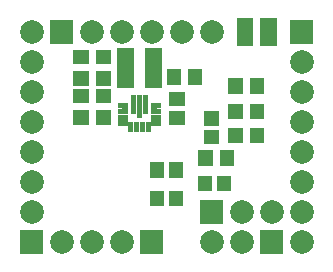
<source format=gbs>
G04 Layer: BottomSolderMaskLayer*
G04 EasyEDA v6.3.53, 2020-06-11T20:36:36+02:00*
G04 f86898c5f0de4d6e8d1821827ec38a2b,d798ca008b2c48fc9d28453cf4f639a5,10*
G04 Gerber Generator version 0.2*
G04 Scale: 100 percent, Rotated: No, Reflected: No *
G04 Dimensions in millimeters *
G04 leading zeros omitted , absolute positions ,3 integer and 3 decimal *
%FSLAX33Y33*%
%MOMM*%
G90*
G71D02*

%ADD33C,2.003196*%

%LPD*%
G36*
G01X13533Y8999D02*
G01X13533Y10304D01*
G01X14737Y10304D01*
G01X14737Y8999D01*
G01X13533Y8999D01*
G37*
G36*
G01X11932Y8999D02*
G01X11932Y10304D01*
G01X13136Y10304D01*
G01X13136Y8999D01*
G01X11932Y8999D01*
G37*
G36*
G01X17597Y10269D02*
G01X17597Y11574D01*
G01X18801Y11574D01*
G01X18801Y10269D01*
G01X17597Y10269D01*
G37*
G36*
G01X15996Y10269D02*
G01X15996Y11574D01*
G01X17200Y11574D01*
G01X17200Y10269D01*
G01X15996Y10269D01*
G37*
G36*
G01X16144Y7508D02*
G01X16144Y9509D01*
G01X18145Y9509D01*
G01X18145Y7508D01*
G01X16144Y7508D01*
G37*
G54D33*
G01X19685Y8509D03*
G01X22225Y8509D03*
G36*
G01X11932Y11412D02*
G01X11932Y12717D01*
G01X13136Y12717D01*
G01X13136Y11412D01*
G01X11932Y11412D01*
G37*
G36*
G01X13533Y11412D02*
G01X13533Y12717D01*
G01X14737Y12717D01*
G01X14737Y11412D01*
G01X13533Y11412D01*
G37*
G36*
G01X5443Y17696D02*
G01X5443Y18900D01*
G01X6748Y18900D01*
G01X6748Y17696D01*
G01X5443Y17696D01*
G37*
G36*
G01X5443Y15897D02*
G01X5443Y17099D01*
G01X6748Y17099D01*
G01X6748Y15897D01*
G01X5443Y15897D01*
G37*
G36*
G01X7348Y19199D02*
G01X7348Y20403D01*
G01X8653Y20403D01*
G01X8653Y19199D01*
G01X7348Y19199D01*
G37*
G36*
G01X7348Y21000D02*
G01X7348Y22202D01*
G01X8653Y22202D01*
G01X8653Y21000D01*
G01X7348Y21000D01*
G37*
G36*
G01X5443Y19199D02*
G01X5443Y20403D01*
G01X6748Y20403D01*
G01X6748Y19199D01*
G01X5443Y19199D01*
G37*
G36*
G01X5443Y21000D02*
G01X5443Y22202D01*
G01X6748Y22202D01*
G01X6748Y21000D01*
G01X5443Y21000D01*
G37*
G36*
G01X20363Y16365D02*
G01X20363Y17670D01*
G01X21567Y17670D01*
G01X21567Y16365D01*
G01X20363Y16365D01*
G37*
G36*
G01X18564Y16365D02*
G01X18564Y17670D01*
G01X19766Y17670D01*
G01X19766Y16365D01*
G01X18564Y16365D01*
G37*
G36*
G01X17823Y12428D02*
G01X17823Y13733D01*
G01X19027Y13733D01*
G01X19027Y12428D01*
G01X17823Y12428D01*
G37*
G36*
G01X16024Y12428D02*
G01X16024Y13733D01*
G01X17226Y13733D01*
G01X17226Y12428D01*
G01X16024Y12428D01*
G37*
G36*
G01X20363Y18524D02*
G01X20363Y19829D01*
G01X21567Y19829D01*
G01X21567Y18524D01*
G01X20363Y18524D01*
G37*
G36*
G01X18564Y18524D02*
G01X18564Y19829D01*
G01X19766Y19829D01*
G01X19766Y18524D01*
G01X18564Y18524D01*
G37*
G36*
G01X18564Y14333D02*
G01X18564Y15638D01*
G01X19768Y15638D01*
G01X19768Y14333D01*
G01X18564Y14333D01*
G37*
G36*
G01X20365Y14333D02*
G01X20365Y15638D01*
G01X21567Y15638D01*
G01X21567Y14333D01*
G01X20365Y14333D01*
G37*
G36*
G01X15156Y19286D02*
G01X15156Y20591D01*
G01X16360Y20591D01*
G01X16360Y19286D01*
G01X15156Y19286D01*
G37*
G36*
G01X13357Y19286D02*
G01X13357Y20591D01*
G01X14559Y20591D01*
G01X14559Y19286D01*
G01X13357Y19286D01*
G37*
G36*
G01X7348Y15897D02*
G01X7348Y17101D01*
G01X8653Y17101D01*
G01X8653Y15897D01*
G01X7348Y15897D01*
G37*
G36*
G01X7348Y17698D02*
G01X7348Y18900D01*
G01X8653Y18900D01*
G01X8653Y17698D01*
G01X7348Y17698D01*
G37*
G36*
G01X11572Y15273D02*
G01X11572Y16075D01*
G01X12026Y16075D01*
G01X12026Y15273D01*
G01X11572Y15273D01*
G37*
G36*
G01X11071Y15273D02*
G01X11071Y16075D01*
G01X11526Y16075D01*
G01X11526Y15273D01*
G01X11071Y15273D01*
G37*
G36*
G01X10571Y15273D02*
G01X10571Y16075D01*
G01X11026Y16075D01*
G01X11026Y15273D01*
G01X10571Y15273D01*
G37*
G36*
G01X10073Y15273D02*
G01X10073Y16075D01*
G01X10525Y16075D01*
G01X10525Y15273D01*
G01X10073Y15273D01*
G37*
G36*
G01X9248Y15798D02*
G01X9248Y16250D01*
G01X10050Y16250D01*
G01X10050Y15798D01*
G01X9248Y15798D01*
G37*
G36*
G01X9248Y16299D02*
G01X9248Y16751D01*
G01X10050Y16751D01*
G01X10050Y16299D01*
G01X9248Y16299D01*
G37*
G36*
G01X9248Y16797D02*
G01X9248Y17251D01*
G01X10050Y17251D01*
G01X10050Y16797D01*
G01X9248Y16797D01*
G37*
G36*
G01X9248Y17297D02*
G01X9248Y17752D01*
G01X10050Y17752D01*
G01X10050Y17297D01*
G01X9248Y17297D01*
G37*
G36*
G01X10322Y16822D02*
G01X10322Y18376D01*
G01X10774Y18376D01*
G01X10774Y16822D01*
G01X10322Y16822D01*
G37*
G36*
G01X10822Y16471D02*
G01X10822Y18376D01*
G01X11275Y18376D01*
G01X11275Y16471D01*
G01X10822Y16471D01*
G37*
G36*
G01X11323Y16822D02*
G01X11323Y18376D01*
G01X11775Y18376D01*
G01X11775Y16822D01*
G01X11323Y16822D01*
G37*
G36*
G01X12047Y17297D02*
G01X12047Y17752D01*
G01X12849Y17752D01*
G01X12849Y17297D01*
G01X12047Y17297D01*
G37*
G36*
G01X12047Y16797D02*
G01X12047Y17251D01*
G01X12849Y17251D01*
G01X12849Y16797D01*
G01X12047Y16797D01*
G37*
G36*
G01X12047Y16299D02*
G01X12047Y16751D01*
G01X12849Y16751D01*
G01X12849Y16299D01*
G01X12047Y16299D01*
G37*
G36*
G01X12047Y15798D02*
G01X12047Y16250D01*
G01X12849Y16250D01*
G01X12849Y15798D01*
G01X12047Y15798D01*
G37*
G36*
G01X12047Y16797D02*
G01X12047Y17752D01*
G01X12501Y17752D01*
G01X12501Y16797D01*
G01X12047Y16797D01*
G37*
G36*
G01X9596Y16797D02*
G01X9596Y17752D01*
G01X10050Y17752D01*
G01X10050Y16797D01*
G01X9596Y16797D01*
G37*
G36*
G01X13571Y17470D02*
G01X13571Y18674D01*
G01X14876Y18674D01*
G01X14876Y17470D01*
G01X13571Y17470D01*
G37*
G36*
G01X13571Y15869D02*
G01X13571Y17073D01*
G01X14876Y17073D01*
G01X14876Y15869D01*
G01X13571Y15869D01*
G37*
G36*
G01X16492Y14218D02*
G01X16492Y15422D01*
G01X17797Y15422D01*
G01X17797Y14218D01*
G01X16492Y14218D01*
G37*
G36*
G01X16492Y15819D02*
G01X16492Y17023D01*
G01X17797Y17023D01*
G01X17797Y15819D01*
G01X16492Y15819D01*
G37*
G36*
G01X11546Y18999D02*
G01X11546Y22402D01*
G01X12951Y22402D01*
G01X12951Y18999D01*
G01X11546Y18999D01*
G37*
G36*
G01X9146Y18999D02*
G01X9146Y22402D01*
G01X10551Y22402D01*
G01X10551Y18999D01*
G01X9146Y18999D01*
G37*
G01X17145Y5969D03*
G01X19685Y5969D03*
G36*
G01X21224Y4968D02*
G01X21224Y6969D01*
G01X23225Y6969D01*
G01X23225Y4968D01*
G01X21224Y4968D01*
G37*
G36*
G01X23764Y22748D02*
G01X23764Y24749D01*
G01X25765Y24749D01*
G01X25765Y22748D01*
G01X23764Y22748D01*
G37*
G01X24765Y21209D03*
G01X24765Y18669D03*
G01X24765Y16129D03*
G01X24765Y13589D03*
G01X24765Y11049D03*
G01X24765Y8509D03*
G01X24765Y5969D03*
G36*
G01X904Y4968D02*
G01X904Y6969D01*
G01X2905Y6969D01*
G01X2905Y4968D01*
G01X904Y4968D01*
G37*
G01X1905Y8509D03*
G01X1905Y11049D03*
G01X1905Y13589D03*
G01X1905Y16129D03*
G01X1905Y18669D03*
G01X1905Y21209D03*
G01X1905Y23749D03*
G01X4445Y5969D03*
G01X6985Y5969D03*
G01X9525Y5969D03*
G36*
G01X11064Y4968D02*
G01X11064Y6969D01*
G01X13065Y6969D01*
G01X13065Y4968D01*
G01X11064Y4968D01*
G37*
G36*
G01X21244Y22567D02*
G01X21244Y24930D01*
G01X22646Y24930D01*
G01X22646Y22567D01*
G01X21244Y22567D01*
G37*
G36*
G01X19263Y22567D02*
G01X19263Y24930D01*
G01X20665Y24930D01*
G01X20665Y22567D01*
G01X19263Y22567D01*
G37*
G01X17145Y23749D03*
G01X14605Y23749D03*
G01X12065Y23749D03*
G01X9525Y23749D03*
G01X6985Y23749D03*
G36*
G01X3444Y22748D02*
G01X3444Y24749D01*
G01X5445Y24749D01*
G01X5445Y22748D01*
G01X3444Y22748D01*
G37*
M00*
M02*

</source>
